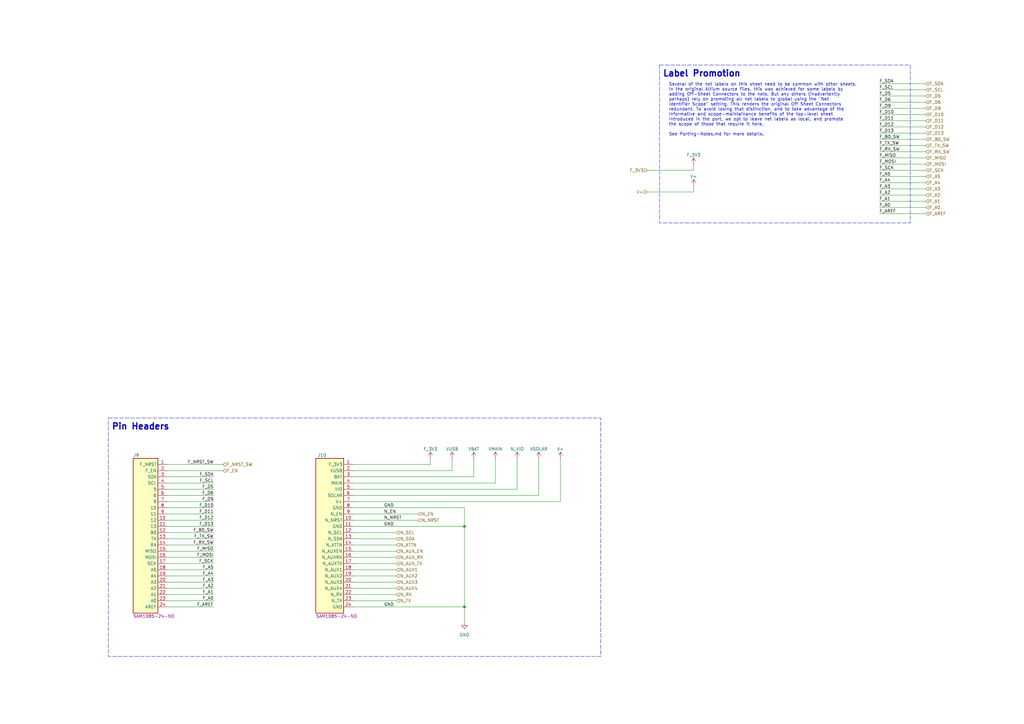
<source format=kicad_sch>
(kicad_sch (version 20230121) (generator eeschema)
  (paper "A3")
  (title_block (title "Notecarrier-F") (date "DRAFT") (rev "A") (comment 1 "Blues Inc") (comment 2 "Heath Raftery"))
  (lib_symbols
    (symbol "Conn_01x24_1" (pin_names (offset 0.504))
      (property "Reference" "J10" (at -7.62 31.75 0))
      (property "Order Code" "SAM1085-24-ND" (at -8.89 -34.29 0))
      (symbol "Conn_01x24_1_1_1"
        (rectangle (start -1.27 30.48) (end 10.16 -33.02) (stroke (width 0.254)) (fill (type background)))
        (pin passive line (at -5.08 27.94 0) (length 3.81) (name "F_3V3") (number "1"))
        (pin passive line (at -5.08 5.08 0) (length 3.81) (name "N_NRST") (number "10"))
        (pin passive line (at -5.08 2.54 0) (length 3.81) (name "GND") (number "11"))
        (pin passive line (at -5.08 0 0) (length 3.81) (name "N_SCL") (number "12"))
        (pin passive line (at -5.08 -2.54 0) (length 3.81) (name "N_SDA") (number "13"))
        (pin passive line (at -5.08 -5.08 0) (length 3.81) (name "N_ATTN") (number "14"))
        (pin passive line (at -5.08 -7.62 0) (length 3.81) (name "N_AUXEN") (number "15"))
        (pin passive line (at -5.08 -10.16 0) (length 3.81) (name "N_AUXRX") (number "16"))
        (pin passive line (at -5.08 -12.7 0) (length 3.81) (name "N_AUXTX") (number "17"))
        (pin passive line (at -5.08 -15.24 0) (length 3.81) (name "N_AUX1") (number "18"))
        (pin passive line (at -5.08 -17.78 0) (length 3.81) (name "N_AUX2") (number "19"))
        (pin passive line (at -5.08 25.4 0) (length 3.81) (name "VUSB") (number "2"))
        (pin passive line (at -5.08 -20.32 0) (length 3.81) (name "N_AUX3") (number "20"))
        (pin passive line (at -5.08 -22.86 0) (length 3.81) (name "N_AUX4") (number "21"))
        (pin passive line (at -5.08 -25.4 0) (length 3.81) (name "N_RX") (number "22"))
        (pin passive line (at -5.08 -27.94 0) (length 3.81) (name "N_TX") (number "23"))
        (pin passive line (at -5.08 -30.48 0) (length 3.81) (name "GND") (number "24"))
        (pin passive line (at -5.08 22.86 0) (length 3.81) (name "BAT") (number "3"))
        (pin passive line (at -5.08 20.32 0) (length 3.81) (name "MAIN") (number "4"))
        (pin passive line (at -5.08 17.78 0) (length 3.81) (name "VIO") (number "5"))
        (pin passive line (at -5.08 15.24 0) (length 3.81) (name "SOLAR") (number "6"))
        (pin passive line (at -5.08 12.7 0) (length 3.81) (name "V+") (number "7"))
        (pin passive line (at -5.08 10.16 0) (length 3.81) (name "GND") (number "8"))
        (pin passive line (at -5.08 7.62 0) (length 3.81) (name "N_EN") (number "9"))
      )
    )
    (symbol "Connector_Generic:Conn_01x24" (pin_names (offset 0.504))
      (property "Reference" "J9" (at 0 34.29 0))
      (property "Value" "Conn_01x24" (at 0 31.75 0))
      (symbol "Conn_01x24_1_1"
        (rectangle (start -1.27 30.48) (end 8.89 -33.02) (stroke (width 0.254)) (fill (type background)))
        (pin passive line (at -5.08 27.94 0) (length 3.81) (name "F_NRST") (number "1"))
        (pin passive line (at -5.08 5.08 0) (length 3.81) (name "12") (number "10"))
        (pin passive line (at -5.08 2.54 0) (length 3.81) (name "13") (number "11"))
        (pin passive line (at -5.08 0 0) (length 3.81) (name "B0") (number "12"))
        (pin passive line (at -5.08 -2.54 0) (length 3.81) (name "TX") (number "13"))
        (pin passive line (at -5.08 -5.08 0) (length 3.81) (name "RX") (number "14"))
        (pin passive line (at -5.08 -7.62 0) (length 3.81) (name "MISO") (number "15"))
        (pin passive line (at -5.08 -10.16 0) (length 3.81) (name "MOSI") (number "16"))
        (pin passive line (at -5.08 -12.7 0) (length 3.81) (name "SCK") (number "17"))
        (pin passive line (at -5.08 -15.24 0) (length 3.81) (name "A5") (number "18"))
        (pin passive line (at -5.08 -17.78 0) (length 3.81) (name "A4") (number "19"))
        (pin passive line (at -5.08 25.4 0) (length 3.81) (name "F_EN") (number "2"))
        (pin passive line (at -5.08 -20.32 0) (length 3.81) (name "A3") (number "20"))
        (pin passive line (at -5.08 -22.86 0) (length 3.81) (name "A2") (number "21"))
        (pin passive line (at -5.08 -25.4 0) (length 3.81) (name "A1") (number "22"))
        (pin passive line (at -5.08 -27.94 0) (length 3.81) (name "A0") (number "23"))
        (pin passive line (at -5.08 -30.48 0) (length 3.81) (name "AREF") (number "24"))
        (pin passive line (at -5.08 22.86 0) (length 3.81) (name "SDA") (number "3"))
        (pin passive line (at -5.08 20.32 0) (length 3.81) (name "SCL") (number "4"))
        (pin passive line (at -5.08 17.78 0) (length 3.81) (name "5") (number "5"))
        (pin passive line (at -5.08 15.24 0) (length 3.81) (name "6") (number "6"))
        (pin passive line (at -5.08 12.7 0) (length 3.81) (name "9") (number "7"))
        (pin passive line (at -5.08 10.16 0) (length 3.81) (name "10") (number "8"))
        (pin passive line (at -5.08 7.62 0) (length 3.81) (name "11") (number "9"))
      )
    )
    (symbol "blues-kicad-lib:power_F_3V3" (power) (pin_names (offset 0)) (in_bom no) (on_board no)
      (property "Value" "F_3V3" (at 0 3.81 0))
      (symbol "power_F_3V3_0_1"
        (polyline (pts (xy -0.762 1.27) (xy 0 2.54)))
        (polyline (pts (xy 0 0) (xy 0 2.54)))
        (polyline (pts (xy 0 2.54) (xy 0.762 1.27)))
      )
      (symbol "power_F_3V3_1_1"
        (pin power_in line (at 0 0 90) (length 0) hide (name "F_3V3") (number "1"))
      )
    )
    (symbol "blues-kicad-lib:power_N_VIO" (power) (pin_names (offset 0)) (in_bom no) (on_board no)
      (property "Value" "N_VIO" (at 0 3.81 0))
      (symbol "power_N_VIO_0_1"
        (polyline (pts (xy -0.762 1.27) (xy 0 2.54)))
        (polyline (pts (xy 0 0) (xy 0 2.54)))
        (polyline (pts (xy 0 2.54) (xy 0.762 1.27)))
      )
      (symbol "power_N_VIO_1_1"
        (pin power_in line (at 0 0 90) (length 0) hide (name "N_VIO") (number "1"))
      )
    )
    (symbol "blues-kicad-lib:power_V+" (power) (pin_names (offset 0)) (in_bom no) (on_board no)
      (property "Value" "V+" (at 0 3.81 0))
      (symbol "power_V+_0_1"
        (polyline (pts (xy -0.762 1.27) (xy 0 2.54)))
        (polyline (pts (xy 0 0) (xy 0 2.54)))
        (polyline (pts (xy 0 2.54) (xy 0.762 1.27)))
      )
      (symbol "power_V+_1_1"
        (pin power_in line (at 0 0 90) (length 0) hide (name "V+") (number "1"))
      )
    )
    (symbol "blues-kicad-lib:power_VBAT" (power) (pin_names (offset 0)) (in_bom no) (on_board no)
      (property "Value" "VBAT" (at 0 3.81 0))
      (symbol "power_VBAT_0_1"
        (polyline (pts (xy -0.762 1.27) (xy 0 2.54)))
        (polyline (pts (xy 0 0) (xy 0 2.54)))
        (polyline (pts (xy 0 2.54) (xy 0.762 1.27)))
      )
      (symbol "power_VBAT_1_1"
        (pin power_in line (at 0 0 90) (length 0) hide (name "VBAT") (number "1"))
      )
    )
    (symbol "blues-kicad-lib:power_VMAIN" (power) (pin_names (offset 0)) (in_bom no) (on_board no)
      (property "Value" "VMAIN" (at 0 3.81 0))
      (symbol "power_VMAIN_0_1"
        (polyline (pts (xy -0.762 1.27) (xy 0 2.54)))
        (polyline (pts (xy 0 0) (xy 0 2.54)))
        (polyline (pts (xy 0 2.54) (xy 0.762 1.27)))
      )
      (symbol "power_VMAIN_1_1"
        (pin power_in line (at 0 0 90) (length 0) hide (name "VMAIN") (number "1"))
      )
    )
    (symbol "blues-kicad-lib:power_VSOLAR" (power) (pin_names (offset 0)) (in_bom no) (on_board no)
      (property "Value" "VSOLAR" (at 0 3.81 0))
      (symbol "power_VSOLAR_0_1"
        (polyline (pts (xy -0.762 1.27) (xy 0 2.54)))
        (polyline (pts (xy 0 0) (xy 0 2.54)))
        (polyline (pts (xy 0 2.54) (xy 0.762 1.27)))
      )
      (symbol "power_VSOLAR_1_1"
        (pin power_in line (at 0 0 90) (length 0) hide (name "VSOLAR") (number "1"))
      )
    )
    (symbol "blues-kicad-lib:power_VUSB" (power) (pin_names (offset 0)) (in_bom no) (on_board no)
      (property "Value" "VUSB" (at 0 3.81 0))
      (symbol "power_VUSB_0_1"
        (polyline (pts (xy -0.762 1.27) (xy 0 2.54)))
        (polyline (pts (xy 0 0) (xy 0 2.54)))
        (polyline (pts (xy 0 2.54) (xy 0.762 1.27)))
      )
      (symbol "power_VUSB_1_1"
        (pin power_in line (at 0 0 90) (length 0) hide (name "VUSB") (number "1"))
      )
    )
    (symbol "power:GND" (power) (pin_names (offset 0))
      (property "Value" "GND" (at 0 -3.81 0))
      (symbol "GND_0_1"
        (polyline (pts (xy 0 0) (xy 0 -1.27) (xy 1.27 -1.27) (xy 0 -2.54) (xy -1.27 -1.27) (xy 0 -1.27)))
      )
      (symbol "GND_1_1"
        (pin power_in line (at 0 0 270) (length 0) hide (name "GND") (number "1"))
      )
    )
  )
  (junction (at 190.5 248.92))
  (junction (at 190.5 215.9))
  (wire (pts (xy 144.78 228.6) (xy 162.56 228.6)))
  (wire (pts (xy 379.73 72.39) (xy 360.68 72.39)))
  (wire (pts (xy 190.5 215.9) (xy 190.5 248.92)))
  (wire (pts (xy 379.73 67.31) (xy 360.68 67.31)))
  (wire (pts (xy 190.5 208.28) (xy 190.5 215.9)))
  (wire (pts (xy 379.73 41.91) (xy 360.68 41.91)))
  (wire (pts (xy 68.58 228.6) (xy 87.63 228.6)))
  (wire (pts (xy 379.73 80.01) (xy 360.68 80.01)))
  (wire (pts (xy 68.58 208.28) (xy 87.63 208.28)))
  (wire (pts (xy 379.73 54.61) (xy 360.68 54.61)))
  (wire (pts (xy 144.78 218.44) (xy 162.56 218.44)))
  (wire (pts (xy 203.2 187.96) (xy 203.2 198.12)))
  (wire (pts (xy 284.48 76.2) (xy 284.48 78.74)))
  (wire (pts (xy 68.58 198.12) (xy 87.63 198.12)))
  (wire (pts (xy 68.58 213.36) (xy 87.63 213.36)))
  (wire (pts (xy 144.78 248.92) (xy 190.5 248.92)))
  (wire (pts (xy 144.78 208.28) (xy 190.5 208.28)))
  (wire (pts (xy 194.31 195.58) (xy 144.78 195.58)))
  (wire (pts (xy 144.78 210.82) (xy 171.45 210.82)))
  (wire (pts (xy 190.5 248.92) (xy 190.5 255.27)))
  (wire (pts (xy 379.73 57.15) (xy 360.68 57.15)))
  (wire (pts (xy 68.58 195.58) (xy 87.63 195.58)))
  (wire (pts (xy 68.58 226.06) (xy 87.63 226.06)))
  (wire (pts (xy 284.48 67.31) (xy 284.48 69.85)))
  (wire (pts (xy 379.73 59.69) (xy 360.68 59.69)))
  (wire (pts (xy 68.58 246.38) (xy 87.63 246.38)))
  (wire (pts (xy 144.78 231.14) (xy 162.56 231.14)))
  (wire (pts (xy 144.78 236.22) (xy 162.56 236.22)))
  (wire (pts (xy 379.73 64.77) (xy 360.68 64.77)))
  (wire (pts (xy 68.58 243.84) (xy 87.63 243.84)))
  (wire (pts (xy 68.58 215.9) (xy 87.63 215.9)))
  (wire (pts (xy 144.78 213.36) (xy 171.45 213.36)))
  (wire (pts (xy 212.09 200.66) (xy 144.78 200.66)))
  (wire (pts (xy 68.58 205.74) (xy 87.63 205.74)))
  (wire (pts (xy 379.73 36.83) (xy 360.68 36.83)))
  (wire (pts (xy 379.73 74.93) (xy 360.68 74.93)))
  (wire (pts (xy 144.78 223.52) (xy 162.56 223.52)))
  (wire (pts (xy 144.78 233.68) (xy 162.56 233.68)))
  (wire (pts (xy 379.73 46.99) (xy 360.68 46.99)))
  (wire (pts (xy 144.78 238.76) (xy 162.56 238.76)))
  (wire (pts (xy 68.58 233.68) (xy 87.63 233.68)))
  (wire (pts (xy 379.73 34.29) (xy 360.68 34.29)))
  (wire (pts (xy 185.42 193.04) (xy 144.78 193.04)))
  (wire (pts (xy 68.58 190.5) (xy 91.44 190.5)))
  (wire (pts (xy 176.53 190.5) (xy 176.53 187.96)))
  (wire (pts (xy 379.73 44.45) (xy 360.68 44.45)))
  (wire (pts (xy 68.58 210.82) (xy 87.63 210.82)))
  (wire (pts (xy 379.73 39.37) (xy 360.68 39.37)))
  (wire (pts (xy 144.78 241.3) (xy 162.56 241.3)))
  (wire (pts (xy 379.73 82.55) (xy 360.68 82.55)))
  (wire (pts (xy 229.87 205.74) (xy 144.78 205.74)))
  (wire (pts (xy 379.73 87.63) (xy 360.68 87.63)))
  (wire (pts (xy 144.78 215.9) (xy 190.5 215.9)))
  (wire (pts (xy 220.98 203.2) (xy 144.78 203.2)))
  (wire (pts (xy 379.73 62.23) (xy 360.68 62.23)))
  (wire (pts (xy 194.31 187.96) (xy 194.31 195.58)))
  (wire (pts (xy 144.78 190.5) (xy 176.53 190.5)))
  (wire (pts (xy 185.42 187.96) (xy 185.42 193.04)))
  (wire (pts (xy 379.73 69.85) (xy 360.68 69.85)))
  (wire (pts (xy 203.2 198.12) (xy 144.78 198.12)))
  (wire (pts (xy 68.58 200.66) (xy 87.63 200.66)))
  (wire (pts (xy 144.78 220.98) (xy 162.56 220.98)))
  (wire (pts (xy 144.78 226.06) (xy 162.56 226.06)))
  (wire (pts (xy 68.58 223.52) (xy 87.63 223.52)))
  (wire (pts (xy 265.43 69.85) (xy 284.48 69.85)))
  (wire (pts (xy 379.73 85.09) (xy 360.68 85.09)))
  (wire (pts (xy 68.58 193.04) (xy 91.44 193.04)))
  (wire (pts (xy 68.58 241.3) (xy 87.63 241.3)))
  (wire (pts (xy 265.43 78.74) (xy 284.48 78.74)))
  (wire (pts (xy 68.58 203.2) (xy 87.63 203.2)))
  (wire (pts (xy 144.78 243.84) (xy 162.56 243.84)))
  (wire (pts (xy 68.58 236.22) (xy 87.63 236.22)))
  (wire (pts (xy 68.58 238.76) (xy 87.63 238.76)))
  (wire (pts (xy 68.58 220.98) (xy 87.63 220.98)))
  (wire (pts (xy 68.58 248.92) (xy 87.63 248.92)))
  (wire (pts (xy 229.87 187.96) (xy 229.87 205.74)))
  (wire (pts (xy 379.73 52.07) (xy 360.68 52.07)))
  (wire (pts (xy 68.58 231.14) (xy 87.63 231.14)))
  (wire (pts (xy 379.73 49.53) (xy 360.68 49.53)))
  (wire (pts (xy 144.78 246.38) (xy 162.56 246.38)))
  (wire (pts (xy 212.09 187.96) (xy 212.09 200.66)))
  (wire (pts (xy 68.58 218.44) (xy 87.63 218.44)))
  (wire (pts (xy 220.98 187.96) (xy 220.98 203.2)))
  (wire (pts (xy 379.73 77.47) (xy 360.68 77.47)))
  (rectangle (start 270.51 26.67) (end 373.38 91.44) (stroke (width 0) (type dash)))
  (rectangle (start 44.45 171.45) (end 246.38 269.24) (stroke (width 0) (type dash)))
  (text "Pin Headers" (at 45.72 176.53 0) (effects (font (size 2.54 2.54) (thickness 0.508) bold) (justify left bottom)))
  (text "Several of the net labels on this sheet need to be common with other sheets.\nIn the original Altium source files, this was achieved for some labels by\nadding Off-Sheet Connectors to the nets. But any others (inadvertently\nperhaps) rely on promoting all net labels to global using the \"Net\nIdentifier Scope\" setting. This renders the original Off Sheet Connectors\nredundant. To avoid losing that distinction, and to take advantage of the\ninformative and scope-maintainance benefits of the top-level sheet\nintroduced in the port, we opt to leave net labels as local, and promote\nthe scope of those that require it here.\n\nSee Porting-Notes.md for more details." (at 274.32 55.88 0) (effects (font (size 1.27 1.27)) (justify left bottom)))
  (text "Label Promotion" (at 271.78 31.75 0) (effects (font (size 2.54 2.54) (thickness 0.508) bold) (justify left bottom)))
  (label "F_D11" (at 87.63 210.82 180))
  (label "F_D12" (at 87.63 213.36 180))
  (label "F_A5" (at 87.63 233.68 180))
  (label "F_A1" (at 360.68 82.55 0))
  (label "F_MISO" (at 87.63 226.06 180))
  (label "F_A4" (at 360.68 74.93 0))
  (label "F_SCK" (at 360.68 69.85 0))
  (label "F_MOSI" (at 360.68 67.31 0))
  (label "F_A5" (at 360.68 72.39 0))
  (label "F_A1" (at 87.63 243.84 180))
  (label "F_D6" (at 360.68 41.91 0))
  (label "GND" (at 157.48 208.28 0))
  (label "N_NRST" (at 157.48 213.36 0))
  (label "F_A2" (at 87.63 241.3 180))
  (label "F_D13" (at 87.63 215.9 180))
  (label "F_RX_SW" (at 360.68 62.23 0))
  (label "F_D6" (at 87.63 203.2 180))
  (label "F_TX_SW" (at 360.68 59.69 0))
  (label "F_D11" (at 360.68 49.53 0))
  (label "F_D5" (at 87.63 200.66 180))
  (label "F_D12" (at 360.68 52.07 0))
  (label "F_D9" (at 360.68 44.45 0))
  (label "GND" (at 157.48 215.9 0))
  (label "F_D13" (at 360.68 54.61 0))
  (label "F_D5" (at 360.68 39.37 0))
  (label "F_AREF" (at 360.68 87.63 0))
  (label "F_RX_SW" (at 87.63 223.52 180))
  (label "F_SDA" (at 360.68 34.29 0))
  (label "N_EN" (at 157.48 210.82 0))
  (label "GND" (at 157.48 248.92 0))
  (label "F_SDA" (at 87.63 195.58 180))
  (label "F_B0_SW" (at 360.68 57.15 0))
  (label "F_A0" (at 360.68 85.09 0))
  (label "F_D9" (at 87.63 205.74 180))
  (label "F_SCL" (at 360.68 36.83 0))
  (label "F_A3" (at 87.63 238.76 180))
  (label "F_AREF" (at 87.63 248.92 180))
  (label "F_A4" (at 87.63 236.22 180))
  (label "F_A3" (at 360.68 77.47 0))
  (label "F_SCL" (at 87.63 198.12 180))
  (label "F_D10" (at 87.63 208.28 180))
  (label "F_A0" (at 87.63 246.38 180))
  (label "F_B0_SW" (at 87.63 218.44 180))
  (label "F_MOSI" (at 87.63 228.6 180))
  (label "F_TX_SW" (at 87.63 220.98 180))
  (label "F_D10" (at 360.68 46.99 0))
  (label "F_MISO" (at 360.68 64.77 0))
  (label "F_SCK" (at 87.63 231.14 180))
  (label "F_A2" (at 360.68 80.01 0))
  (label "F_NRST_SW" (at 87.63 190.5 180))
  (hierarchical_label "F_D13" (shape input) (at 379.73 54.61 0))
  (hierarchical_label "F_MOSI" (shape input) (at 379.73 67.31 0))
  (hierarchical_label "F_A2" (shape input) (at 379.73 80.01 0))
  (hierarchical_label "F_RX_SW" (shape input) (at 379.73 62.23 0))
  (hierarchical_label "F_B0_SW" (shape input) (at 379.73 57.15 0))
  (hierarchical_label "N_SDA" (shape input) (at 162.56 220.98 0))
  (hierarchical_label "V+" (shape input) (at 265.43 78.74 180))
  (hierarchical_label "F_A1" (shape input) (at 379.73 82.55 0))
  (hierarchical_label "F_A5" (shape input) (at 379.73 72.39 0))
  (hierarchical_label "N_TX" (shape input) (at 162.56 246.38 0))
  (hierarchical_label "F_D6" (shape input) (at 379.73 41.91 0))
  (hierarchical_label "N_RX" (shape input) (at 162.56 243.84 0))
  (hierarchical_label "F_AREF" (shape input) (at 379.73 87.63 0))
  (hierarchical_label "F_A0" (shape input) (at 379.73 85.09 0))
  (hierarchical_label "F_A3" (shape input) (at 379.73 77.47 0))
  (hierarchical_label "F_MISO" (shape input) (at 379.73 64.77 0))
  (hierarchical_label "N_ATTN" (shape input) (at 162.56 223.52 0))
  (hierarchical_label "N_AUX_EN" (shape input) (at 162.56 226.06 0))
  (hierarchical_label "F_D11" (shape input) (at 379.73 49.53 0))
  (hierarchical_label "F_D12" (shape input) (at 379.73 52.07 0))
  (hierarchical_label "F_3V3" (shape input) (at 265.43 69.85 180))
  (hierarchical_label "N_AUX_RX" (shape input) (at 162.56 228.6 0))
  (hierarchical_label "N_AUX3" (shape input) (at 162.56 238.76 0))
  (hierarchical_label "F_D10" (shape input) (at 379.73 46.99 0))
  (hierarchical_label "F_NRST_SW" (shape input) (at 91.44 190.5 0))
  (hierarchical_label "N_EN" (shape input) (at 171.45 210.82 0))
  (hierarchical_label "N_SCL" (shape input) (at 162.56 218.44 0))
  (hierarchical_label "N_AUX_TX" (shape input) (at 162.56 231.14 0))
  (hierarchical_label "N_NRST" (shape input) (at 171.45 213.36 0))
  (hierarchical_label "F_A4" (shape input) (at 379.73 74.93 0))
  (hierarchical_label "F_D5" (shape input) (at 379.73 39.37 0))
  (hierarchical_label "N_AUX2" (shape input) (at 162.56 236.22 0))
  (hierarchical_label "F_EN" (shape input) (at 91.44 193.04 0))
  (hierarchical_label "F_D9" (shape input) (at 379.73 44.45 0))
  (hierarchical_label "F_TX_SW" (shape input) (at 379.73 59.69 0))
  (hierarchical_label "N_AUX4" (shape input) (at 162.56 241.3 0))
  (hierarchical_label "F_SCK" (shape input) (at 379.73 69.85 0))
  (hierarchical_label "N_AUX1" (shape input) (at 162.56 233.68 0))
  (hierarchical_label "F_SCL" (shape input) (at 379.73 36.83 0))
  (hierarchical_label "F_SDA" (shape input) (at 379.73 34.29 0))
  (symbol (lib_id "blues-kicad-lib:power_V+") (at 229.87 187.96 0) (unit 1) (in_bom no) (on_board no)
    (property "Reference" "#PWR047" (effects hide))
    (property "Value" "V+" (at 229.87 184.15 0))
  )
  (symbol (lib_id "blues-kicad-lib:power_VMAIN") (at 203.2 187.96 0) (unit 1) (in_bom no) (on_board no)
    (property "Reference" "#PWR042" (effects hide))
    (property "Value" "VMAIN" (at 203.2 184.15 0))
  )
  (symbol (lib_name "Conn_01x24_1") (lib_id "Connector_Generic:Conn_01x24") (at 139.7 218.44 0) (mirror y) (unit 1)
    (property "Reference" "J10" (at 132.08 186.69 0))
    (property "Value" "Conn_01x24" (effects hide))
    (property "Footprint" "blues-kicad-lib-pending:CES-124-01-S-S" (effects hide))
    (property "Description" "24x1 0.1\" pitch half height female header" (effects hide))
    (property "Manufacturer" "4UCONN" (effects hide))
    (property "Order Code" "SAM1085-24-ND" (at 129.54 252.73 0) (effects (justify right)))
    (property "Part Number" "12736" (effects hide))
    (property "Supplier" "Digi-Key" (effects hide))
  )
  (symbol (lib_id "blues-kicad-lib:power_F_3V3") (at 284.48 67.31 0) (unit 1) (in_bom no) (on_board no)
    (property "Reference" "#PWR048" (effects hide))
    (property "Value" "F_3V3" (at 284.48 63.5 0))
  )
  (symbol (lib_id "power:GND") (at 190.5 255.27 0) (unit 1)
    (property "Reference" "#PWR046" (effects hide))
    (property "Value" "GND" (at 190.5 260.35 0))
  )
  (symbol (lib_id "blues-kicad-lib:power_VBAT") (at 194.31 187.96 0) (unit 1) (in_bom no) (on_board no)
    (property "Reference" "#PWR041" (effects hide))
    (property "Value" "VBAT" (at 194.31 184.15 0))
  )
  (symbol (lib_id "blues-kicad-lib:power_N_VIO") (at 212.09 187.96 0) (unit 1) (in_bom no) (on_board no)
    (property "Reference" "#PWR043" (effects hide))
    (property "Value" "N_VIO" (at 212.09 184.15 0))
  )
  (symbol (lib_id "Connector_Generic:Conn_01x24") (at 63.5 218.44 0) (mirror y) (unit 1)
    (property "Reference" "J9" (at 55.88 186.69 0))
    (property "Value" "Conn_01x24" (effects hide))
    (property "Footprint" "blues-kicad-lib-pending:CES-124-01-S-S" (effects hide))
    (property "Description" "24x1 0.1\" pitch half height female header" (effects hide))
    (property "Manufacturer" "4UCONN" (effects hide))
    (property "Order Code" "SAM1085-24-ND" (at 54.61 252.73 0) (effects (justify right)))
    (property "Part Number" "12736" (effects hide))
    (property "Supplier" "Digi-Key" (effects hide))
  )
  (symbol (lib_id "blues-kicad-lib:power_VUSB") (at 185.42 187.96 0) (unit 1) (in_bom no) (on_board no)
    (property "Reference" "#PWR040" (effects hide))
    (property "Value" "VUSB" (at 185.42 184.15 0))
  )
  (symbol (lib_id "blues-kicad-lib:power_V+") (at 284.48 76.2 0) (unit 1) (in_bom no) (on_board no)
    (property "Reference" "#PWR049" (effects hide))
    (property "Value" "V+" (at 284.48 72.39 0))
  )
  (symbol (lib_id "blues-kicad-lib:power_VSOLAR") (at 220.98 187.96 0) (unit 1) (in_bom no) (on_board no)
    (property "Reference" "#PWR044" (effects hide))
    (property "Value" "VSOLAR" (at 220.98 184.15 0))
  )
  (symbol (lib_id "blues-kicad-lib:power_F_3V3") (at 176.53 187.96 0) (unit 1) (in_bom no) (on_board no)
    (property "Reference" "#PWR039" (effects hide))
    (property "Value" "F_3V3" (at 176.53 184.15 0))
  )
)
</source>
